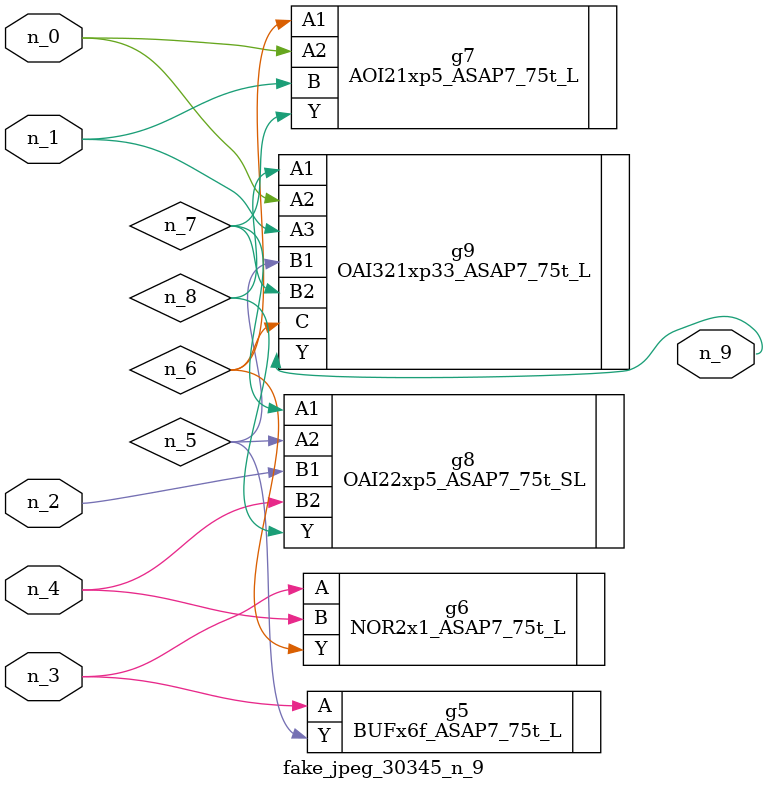
<source format=v>
module fake_jpeg_30345_n_9 (n_3, n_2, n_1, n_0, n_4, n_9);

input n_3;
input n_2;
input n_1;
input n_0;
input n_4;

output n_9;

wire n_8;
wire n_6;
wire n_5;
wire n_7;

BUFx6f_ASAP7_75t_L g5 ( 
.A(n_3),
.Y(n_5)
);

NOR2x1_ASAP7_75t_L g6 ( 
.A(n_3),
.B(n_4),
.Y(n_6)
);

AOI21xp5_ASAP7_75t_L g7 ( 
.A1(n_6),
.A2(n_0),
.B(n_1),
.Y(n_7)
);

OAI22xp5_ASAP7_75t_SL g8 ( 
.A1(n_7),
.A2(n_5),
.B1(n_2),
.B2(n_4),
.Y(n_8)
);

OAI321xp33_ASAP7_75t_L g9 ( 
.A1(n_8),
.A2(n_0),
.A3(n_1),
.B1(n_5),
.B2(n_7),
.C(n_6),
.Y(n_9)
);


endmodule
</source>
